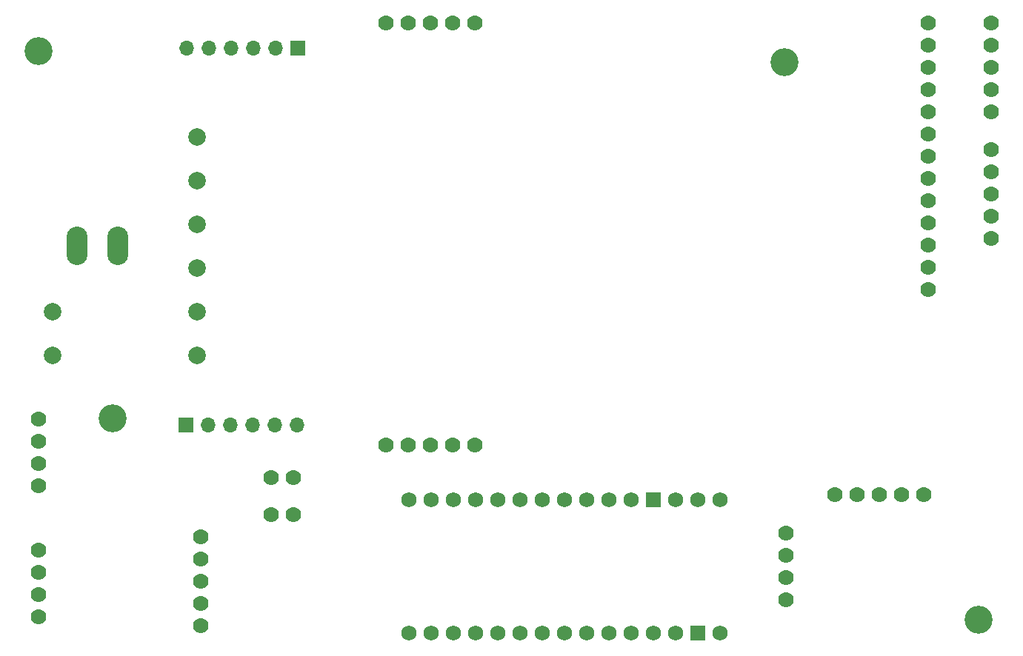
<source format=gbs>
%TF.GenerationSoftware,KiCad,Pcbnew,7.0.10*%
%TF.CreationDate,2024-01-18T23:13:16-08:00*%
%TF.ProjectId,r2dtf dev board rev 1,72326474-6620-4646-9576-20626f617264,rev?*%
%TF.SameCoordinates,Original*%
%TF.FileFunction,Soldermask,Bot*%
%TF.FilePolarity,Negative*%
%FSLAX46Y46*%
G04 Gerber Fmt 4.6, Leading zero omitted, Abs format (unit mm)*
G04 Created by KiCad (PCBNEW 7.0.10) date 2024-01-18 23:13:16*
%MOMM*%
%LPD*%
G01*
G04 APERTURE LIST*
%ADD10O,2.400000X4.400000*%
%ADD11C,1.778000*%
%ADD12C,2.000000*%
%ADD13R,1.700000X1.700000*%
%ADD14O,1.700000X1.700000*%
%ADD15C,3.200000*%
%ADD16C,1.727200*%
%ADD17R,1.727200X1.727200*%
G04 APERTURE END LIST*
D10*
%TO.C,SW1*%
X67100000Y-88200000D03*
X62400000Y-88200000D03*
%TD*%
D11*
%TO.C,U2*%
X159662500Y-93267500D03*
X159662500Y-90727500D03*
X159662500Y-88187500D03*
X159662500Y-85647500D03*
X159662500Y-83107500D03*
X159662500Y-80567500D03*
X159662500Y-78027500D03*
X159662500Y-75487500D03*
X159662500Y-72947500D03*
X159662500Y-70407500D03*
X159662500Y-67867500D03*
X159662500Y-65327500D03*
X159662500Y-62787500D03*
X97686500Y-62787500D03*
X100226500Y-62787500D03*
X102766500Y-62787500D03*
X105306500Y-62787500D03*
X107846500Y-62787500D03*
X97686500Y-111047500D03*
X100226500Y-111047500D03*
X102766500Y-111047500D03*
X105306500Y-111047500D03*
X107846500Y-111047500D03*
%TD*%
D12*
%TO.C,J6*%
X76100000Y-100750000D03*
X76100000Y-95750000D03*
%TD*%
D13*
%TO.C,J5*%
X87655400Y-65659000D03*
D14*
X85115400Y-65659000D03*
X82575400Y-65659000D03*
X80035400Y-65659000D03*
X77495400Y-65659000D03*
X74955400Y-65659000D03*
%TD*%
D12*
%TO.C,J1*%
X59600000Y-95750000D03*
X59600000Y-100750000D03*
%TD*%
D13*
%TO.C,J4*%
X74880000Y-108686600D03*
D14*
X77420000Y-108686600D03*
X79960000Y-108686600D03*
X82500000Y-108686600D03*
X85040000Y-108686600D03*
X87580000Y-108686600D03*
%TD*%
D11*
%TO.C,J2*%
X87172800Y-114736100D03*
X84632800Y-114736100D03*
%TD*%
%TO.C,J9*%
X143484600Y-121056400D03*
X143484600Y-123596400D03*
X143484600Y-126136400D03*
X143484600Y-128676400D03*
%TD*%
D15*
%TO.C,REF\u002A\u002A*%
X66500000Y-108000000D03*
%TD*%
%TO.C,REF\u002A\u002A*%
X143300000Y-67200000D03*
%TD*%
D11*
%TO.C,J10*%
X58000000Y-108079500D03*
X58000000Y-110619500D03*
X58000000Y-113159500D03*
X58000000Y-115699500D03*
%TD*%
D15*
%TO.C,REF\u002A\u002A*%
X165500000Y-131000000D03*
%TD*%
D12*
%TO.C,J8*%
X76100000Y-80750000D03*
X76100000Y-75750000D03*
%TD*%
D11*
%TO.C,J3*%
X87172800Y-118986100D03*
X84632800Y-118986100D03*
%TD*%
%TO.C,J13*%
X58000000Y-123024000D03*
X58000000Y-125564000D03*
X58000000Y-128104000D03*
X58000000Y-130644000D03*
%TD*%
D16*
%TO.C,XA1*%
X102880000Y-132490000D03*
X128280000Y-132490000D03*
X107960000Y-132490000D03*
X110500000Y-132490000D03*
X113040000Y-132490000D03*
X115580000Y-132490000D03*
X118120000Y-132490000D03*
X120660000Y-132490000D03*
X123200000Y-132490000D03*
X125740000Y-132490000D03*
X105420000Y-132490000D03*
X133360000Y-117250000D03*
X135900000Y-117250000D03*
X125740000Y-117250000D03*
X123200000Y-117250000D03*
X120660000Y-117250000D03*
X118120000Y-117250000D03*
X115580000Y-117250000D03*
X113040000Y-117250000D03*
X110500000Y-117250000D03*
X107960000Y-117250000D03*
X105420000Y-117250000D03*
X102880000Y-117250000D03*
X100340000Y-117250000D03*
X100340000Y-132490000D03*
D17*
X128280000Y-117250000D03*
X133360000Y-132490000D03*
D16*
X130820000Y-117250000D03*
X130820000Y-132490000D03*
X135900000Y-132490000D03*
%TD*%
D12*
%TO.C,J7*%
X76100000Y-90750000D03*
X76100000Y-85750000D03*
%TD*%
D11*
%TO.C,J12*%
X166860500Y-72940500D03*
X166860500Y-70400500D03*
X166860500Y-67860500D03*
X166860500Y-65320500D03*
X166860500Y-62780500D03*
%TD*%
%TO.C,U3*%
X148996400Y-116687600D03*
X151536400Y-116687600D03*
X154076400Y-116687600D03*
X156616400Y-116687600D03*
X159156400Y-116687600D03*
%TD*%
%TO.C,J14*%
X76600000Y-121524000D03*
X76600000Y-124064000D03*
X76600000Y-126604000D03*
X76600000Y-129144000D03*
X76600000Y-131684000D03*
%TD*%
%TO.C,J11*%
X166860500Y-87410000D03*
X166860500Y-84870000D03*
X166860500Y-82330000D03*
X166860500Y-79790000D03*
X166860500Y-77250000D03*
%TD*%
D15*
%TO.C,REF\u002A\u002A*%
X58000000Y-66000000D03*
%TD*%
M02*

</source>
